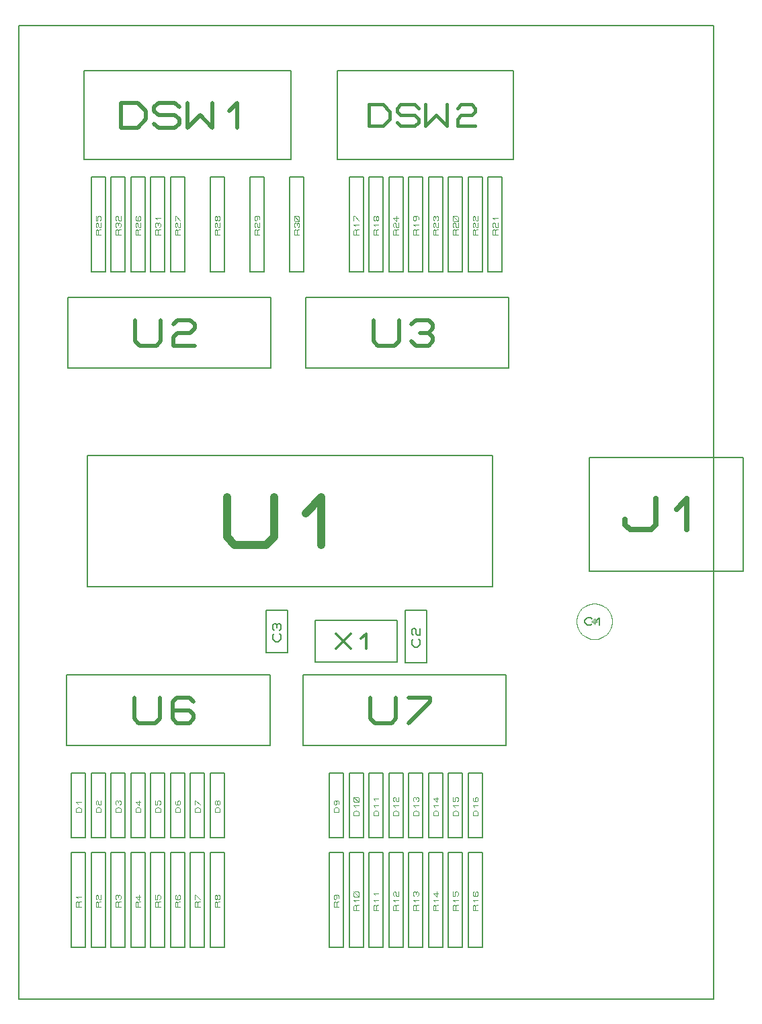
<source format=gbr>
G04 PROTEUS RS274X GERBER FILE*
%FSLAX45Y45*%
%MOMM*%
G01*
%ADD71C,0.203200*%
%ADD26C,0.990600*%
%ADD27C,0.533400*%
%ADD28C,0.646000*%
%ADD29C,0.316990*%
%ADD72C,0.106680*%
%ADD73C,0.164590*%
%ADD30C,0.050000*%
%ADD31C,0.151660*%
%ADD21C,0.152400*%
%ADD32C,0.524760*%
%ADD33C,0.447040*%
%TD.AperFunction*%
D71*
X-2387160Y-563500D02*
X+2713160Y-563500D01*
X+2713160Y+1087500D01*
X-2387160Y+1087500D01*
X-2387160Y-563500D01*
D26*
X-629480Y+559180D02*
X-629480Y+63880D01*
X-530420Y-35180D01*
X-134180Y-35180D01*
X-35120Y+63880D01*
X-35120Y+559180D01*
X+361120Y+361060D02*
X+559240Y+559180D01*
X+559240Y-35180D01*
D71*
X-2637160Y+2186500D02*
X-76840Y+2186500D01*
X-76840Y+3075500D01*
X-2637160Y+3075500D01*
X-2637160Y+2186500D01*
D27*
X-1783720Y+2791020D02*
X-1783720Y+2524320D01*
X-1730380Y+2470980D01*
X-1517020Y+2470980D01*
X-1463680Y+2524320D01*
X-1463680Y+2791020D01*
X-1303660Y+2737680D02*
X-1250320Y+2791020D01*
X-1090300Y+2791020D01*
X-1036960Y+2737680D01*
X-1036960Y+2684340D01*
X-1090300Y+2631000D01*
X-1250320Y+2631000D01*
X-1303660Y+2577660D01*
X-1303660Y+2470980D01*
X-1036960Y+2470980D01*
D71*
X+362840Y+2186500D02*
X+2923160Y+2186500D01*
X+2923160Y+3075500D01*
X+362840Y+3075500D01*
X+362840Y+2186500D01*
D27*
X+1216280Y+2791020D02*
X+1216280Y+2524320D01*
X+1269620Y+2470980D01*
X+1482980Y+2470980D01*
X+1536320Y+2524320D01*
X+1536320Y+2791020D01*
X+1696340Y+2737680D02*
X+1749680Y+2791020D01*
X+1909700Y+2791020D01*
X+1963040Y+2737680D01*
X+1963040Y+2684340D01*
X+1909700Y+2631000D01*
X+1963040Y+2577660D01*
X+1963040Y+2524320D01*
X+1909700Y+2470980D01*
X+1749680Y+2470980D01*
X+1696340Y+2524320D01*
X+1803020Y+2631000D02*
X+1909700Y+2631000D01*
D71*
X-2649160Y-2563500D02*
X-88840Y-2563500D01*
X-88840Y-1674500D01*
X-2649160Y-1674500D01*
X-2649160Y-2563500D01*
D27*
X-1795720Y-1958980D02*
X-1795720Y-2225680D01*
X-1742380Y-2279020D01*
X-1529020Y-2279020D01*
X-1475680Y-2225680D01*
X-1475680Y-1958980D01*
X-1048960Y-2012320D02*
X-1102300Y-1958980D01*
X-1262320Y-1958980D01*
X-1315660Y-2012320D01*
X-1315660Y-2225680D01*
X-1262320Y-2279020D01*
X-1102300Y-2279020D01*
X-1048960Y-2225680D01*
X-1048960Y-2172340D01*
X-1102300Y-2119000D01*
X-1315660Y-2119000D01*
D71*
X+326840Y-2563500D02*
X+2887160Y-2563500D01*
X+2887160Y-1674500D01*
X+326840Y-1674500D01*
X+326840Y-2563500D01*
D27*
X+1180280Y-1958980D02*
X+1180280Y-2225680D01*
X+1233620Y-2279020D01*
X+1446980Y-2279020D01*
X+1500320Y-2225680D01*
X+1500320Y-1958980D01*
X+1660340Y-1958980D02*
X+1927040Y-1958980D01*
X+1927040Y-2012320D01*
X+1660340Y-2279020D01*
D71*
X+3936500Y-365760D02*
X+5874520Y-365760D01*
X+5874520Y+1061720D01*
X+3936500Y+1061720D01*
X+3936500Y-365760D01*
D28*
X+4388706Y+283379D02*
X+4388706Y+218778D01*
X+4453306Y+154178D01*
X+4711708Y+154178D01*
X+4776309Y+218778D01*
X+4776309Y+541781D01*
X+5034711Y+412580D02*
X+5163912Y+541781D01*
X+5163912Y+154178D01*
D71*
X+477840Y-1514160D02*
X+1514160Y-1514160D01*
X+1514160Y-985840D01*
X+477840Y-985840D01*
X+477840Y-1514160D01*
D29*
X+742407Y-1154903D02*
X+932601Y-1345098D01*
X+742407Y-1345098D02*
X+932601Y-1154903D01*
X+1059398Y-1218301D02*
X+1122796Y-1154903D01*
X+1122796Y-1345098D01*
D71*
X-2588900Y-3723900D02*
X-2411100Y-3723900D01*
X-2411100Y-2911100D01*
X-2588900Y-2911100D01*
X-2588900Y-3723900D01*
D72*
X-2467996Y-3402844D02*
X-2532004Y-3402844D01*
X-2532004Y-3360172D01*
X-2510668Y-3338836D01*
X-2489332Y-3338836D01*
X-2467996Y-3360172D01*
X-2467996Y-3402844D01*
X-2510668Y-3296164D02*
X-2532004Y-3274828D01*
X-2467996Y-3274828D01*
D71*
X-2088900Y-3723900D02*
X-1911100Y-3723900D01*
X-1911100Y-2911100D01*
X-2088900Y-2911100D01*
X-2088900Y-3723900D01*
D72*
X-1967996Y-3402844D02*
X-2032004Y-3402844D01*
X-2032004Y-3360172D01*
X-2010668Y-3338836D01*
X-1989332Y-3338836D01*
X-1967996Y-3360172D01*
X-1967996Y-3402844D01*
X-2021336Y-3306832D02*
X-2032004Y-3296164D01*
X-2032004Y-3264160D01*
X-2021336Y-3253492D01*
X-2010668Y-3253492D01*
X-2000000Y-3264160D01*
X-1989332Y-3253492D01*
X-1978664Y-3253492D01*
X-1967996Y-3264160D01*
X-1967996Y-3296164D01*
X-1978664Y-3306832D01*
X-2000000Y-3285496D02*
X-2000000Y-3264160D01*
D71*
X-2338900Y-3723900D02*
X-2161100Y-3723900D01*
X-2161100Y-2911100D01*
X-2338900Y-2911100D01*
X-2338900Y-3723900D01*
D72*
X-2217996Y-3402844D02*
X-2282004Y-3402844D01*
X-2282004Y-3360172D01*
X-2260668Y-3338836D01*
X-2239332Y-3338836D01*
X-2217996Y-3360172D01*
X-2217996Y-3402844D01*
X-2271336Y-3306832D02*
X-2282004Y-3296164D01*
X-2282004Y-3264160D01*
X-2271336Y-3253492D01*
X-2260668Y-3253492D01*
X-2250000Y-3264160D01*
X-2250000Y-3296164D01*
X-2239332Y-3306832D01*
X-2217996Y-3306832D01*
X-2217996Y-3253492D01*
D71*
X-1838900Y-3723900D02*
X-1661100Y-3723900D01*
X-1661100Y-2911100D01*
X-1838900Y-2911100D01*
X-1838900Y-3723900D01*
D72*
X-1717996Y-3402844D02*
X-1782004Y-3402844D01*
X-1782004Y-3360172D01*
X-1760668Y-3338836D01*
X-1739332Y-3338836D01*
X-1717996Y-3360172D01*
X-1717996Y-3402844D01*
X-1739332Y-3253492D02*
X-1739332Y-3317500D01*
X-1782004Y-3274828D01*
X-1717996Y-3274828D01*
D71*
X-1588900Y-3723900D02*
X-1411100Y-3723900D01*
X-1411100Y-2911100D01*
X-1588900Y-2911100D01*
X-1588900Y-3723900D01*
D72*
X-1467996Y-3402844D02*
X-1532004Y-3402844D01*
X-1532004Y-3360172D01*
X-1510668Y-3338836D01*
X-1489332Y-3338836D01*
X-1467996Y-3360172D01*
X-1467996Y-3402844D01*
X-1532004Y-3253492D02*
X-1532004Y-3306832D01*
X-1510668Y-3306832D01*
X-1510668Y-3264160D01*
X-1500000Y-3253492D01*
X-1478664Y-3253492D01*
X-1467996Y-3264160D01*
X-1467996Y-3296164D01*
X-1478664Y-3306832D01*
D71*
X-1338900Y-3723900D02*
X-1161100Y-3723900D01*
X-1161100Y-2911100D01*
X-1338900Y-2911100D01*
X-1338900Y-3723900D01*
D72*
X-1217996Y-3402844D02*
X-1282004Y-3402844D01*
X-1282004Y-3360172D01*
X-1260668Y-3338836D01*
X-1239332Y-3338836D01*
X-1217996Y-3360172D01*
X-1217996Y-3402844D01*
X-1271336Y-3253492D02*
X-1282004Y-3264160D01*
X-1282004Y-3296164D01*
X-1271336Y-3306832D01*
X-1228664Y-3306832D01*
X-1217996Y-3296164D01*
X-1217996Y-3264160D01*
X-1228664Y-3253492D01*
X-1239332Y-3253492D01*
X-1250000Y-3264160D01*
X-1250000Y-3306832D01*
D71*
X-1088900Y-3723900D02*
X-911100Y-3723900D01*
X-911100Y-2911100D01*
X-1088900Y-2911100D01*
X-1088900Y-3723900D01*
D72*
X-967996Y-3402844D02*
X-1032004Y-3402844D01*
X-1032004Y-3360172D01*
X-1010668Y-3338836D01*
X-989332Y-3338836D01*
X-967996Y-3360172D01*
X-967996Y-3402844D01*
X-1032004Y-3306832D02*
X-1032004Y-3253492D01*
X-1021336Y-3253492D01*
X-967996Y-3306832D01*
D71*
X-838900Y-3723900D02*
X-661100Y-3723900D01*
X-661100Y-2911100D01*
X-838900Y-2911100D01*
X-838900Y-3723900D01*
D72*
X-717996Y-3402844D02*
X-782004Y-3402844D01*
X-782004Y-3360172D01*
X-760668Y-3338836D01*
X-739332Y-3338836D01*
X-717996Y-3360172D01*
X-717996Y-3402844D01*
X-750000Y-3296164D02*
X-760668Y-3306832D01*
X-771336Y-3306832D01*
X-782004Y-3296164D01*
X-782004Y-3264160D01*
X-771336Y-3253492D01*
X-760668Y-3253492D01*
X-750000Y-3264160D01*
X-750000Y-3296164D01*
X-739332Y-3306832D01*
X-728664Y-3306832D01*
X-717996Y-3296164D01*
X-717996Y-3264160D01*
X-728664Y-3253492D01*
X-739332Y-3253492D01*
X-750000Y-3264160D01*
D71*
X+661100Y-3723900D02*
X+838900Y-3723900D01*
X+838900Y-2911100D01*
X+661100Y-2911100D01*
X+661100Y-3723900D01*
D72*
X+782004Y-3402844D02*
X+717996Y-3402844D01*
X+717996Y-3360172D01*
X+739332Y-3338836D01*
X+760668Y-3338836D01*
X+782004Y-3360172D01*
X+782004Y-3402844D01*
X+739332Y-3253492D02*
X+750000Y-3264160D01*
X+750000Y-3296164D01*
X+739332Y-3306832D01*
X+728664Y-3306832D01*
X+717996Y-3296164D01*
X+717996Y-3264160D01*
X+728664Y-3253492D01*
X+771336Y-3253492D01*
X+782004Y-3264160D01*
X+782004Y-3296164D01*
D71*
X+911100Y-3723900D02*
X+1088900Y-3723900D01*
X+1088900Y-2911100D01*
X+911100Y-2911100D01*
X+911100Y-3723900D01*
D72*
X+1032004Y-3445516D02*
X+967996Y-3445516D01*
X+967996Y-3402844D01*
X+989332Y-3381508D01*
X+1010668Y-3381508D01*
X+1032004Y-3402844D01*
X+1032004Y-3445516D01*
X+989332Y-3338836D02*
X+967996Y-3317500D01*
X+1032004Y-3317500D01*
X+1021336Y-3274828D02*
X+978664Y-3274828D01*
X+967996Y-3264160D01*
X+967996Y-3221488D01*
X+978664Y-3210820D01*
X+1021336Y-3210820D01*
X+1032004Y-3221488D01*
X+1032004Y-3264160D01*
X+1021336Y-3274828D01*
X+1032004Y-3274828D02*
X+967996Y-3210820D01*
D71*
X+1161100Y-3723900D02*
X+1338900Y-3723900D01*
X+1338900Y-2911100D01*
X+1161100Y-2911100D01*
X+1161100Y-3723900D01*
D72*
X+1282004Y-3445516D02*
X+1217996Y-3445516D01*
X+1217996Y-3402844D01*
X+1239332Y-3381508D01*
X+1260668Y-3381508D01*
X+1282004Y-3402844D01*
X+1282004Y-3445516D01*
X+1239332Y-3338836D02*
X+1217996Y-3317500D01*
X+1282004Y-3317500D01*
X+1239332Y-3253492D02*
X+1217996Y-3232156D01*
X+1282004Y-3232156D01*
D71*
X+1411100Y-3723900D02*
X+1588900Y-3723900D01*
X+1588900Y-2911100D01*
X+1411100Y-2911100D01*
X+1411100Y-3723900D01*
D72*
X+1532004Y-3445516D02*
X+1467996Y-3445516D01*
X+1467996Y-3402844D01*
X+1489332Y-3381508D01*
X+1510668Y-3381508D01*
X+1532004Y-3402844D01*
X+1532004Y-3445516D01*
X+1489332Y-3338836D02*
X+1467996Y-3317500D01*
X+1532004Y-3317500D01*
X+1478664Y-3264160D02*
X+1467996Y-3253492D01*
X+1467996Y-3221488D01*
X+1478664Y-3210820D01*
X+1489332Y-3210820D01*
X+1500000Y-3221488D01*
X+1500000Y-3253492D01*
X+1510668Y-3264160D01*
X+1532004Y-3264160D01*
X+1532004Y-3210820D01*
D71*
X+1661100Y-3723900D02*
X+1838900Y-3723900D01*
X+1838900Y-2911100D01*
X+1661100Y-2911100D01*
X+1661100Y-3723900D01*
D72*
X+1782004Y-3445516D02*
X+1717996Y-3445516D01*
X+1717996Y-3402844D01*
X+1739332Y-3381508D01*
X+1760668Y-3381508D01*
X+1782004Y-3402844D01*
X+1782004Y-3445516D01*
X+1739332Y-3338836D02*
X+1717996Y-3317500D01*
X+1782004Y-3317500D01*
X+1728664Y-3264160D02*
X+1717996Y-3253492D01*
X+1717996Y-3221488D01*
X+1728664Y-3210820D01*
X+1739332Y-3210820D01*
X+1750000Y-3221488D01*
X+1760668Y-3210820D01*
X+1771336Y-3210820D01*
X+1782004Y-3221488D01*
X+1782004Y-3253492D01*
X+1771336Y-3264160D01*
X+1750000Y-3242824D02*
X+1750000Y-3221488D01*
D71*
X+1911100Y-3723900D02*
X+2088900Y-3723900D01*
X+2088900Y-2911100D01*
X+1911100Y-2911100D01*
X+1911100Y-3723900D01*
D72*
X+2032004Y-3445516D02*
X+1967996Y-3445516D01*
X+1967996Y-3402844D01*
X+1989332Y-3381508D01*
X+2010668Y-3381508D01*
X+2032004Y-3402844D01*
X+2032004Y-3445516D01*
X+1989332Y-3338836D02*
X+1967996Y-3317500D01*
X+2032004Y-3317500D01*
X+2010668Y-3210820D02*
X+2010668Y-3274828D01*
X+1967996Y-3232156D01*
X+2032004Y-3232156D01*
D71*
X+2161100Y-3723900D02*
X+2338900Y-3723900D01*
X+2338900Y-2911100D01*
X+2161100Y-2911100D01*
X+2161100Y-3723900D01*
D72*
X+2282004Y-3445516D02*
X+2217996Y-3445516D01*
X+2217996Y-3402844D01*
X+2239332Y-3381508D01*
X+2260668Y-3381508D01*
X+2282004Y-3402844D01*
X+2282004Y-3445516D01*
X+2239332Y-3338836D02*
X+2217996Y-3317500D01*
X+2282004Y-3317500D01*
X+2217996Y-3210820D02*
X+2217996Y-3264160D01*
X+2239332Y-3264160D01*
X+2239332Y-3221488D01*
X+2250000Y-3210820D01*
X+2271336Y-3210820D01*
X+2282004Y-3221488D01*
X+2282004Y-3253492D01*
X+2271336Y-3264160D01*
D71*
X+2411100Y-3723900D02*
X+2588900Y-3723900D01*
X+2588900Y-2911100D01*
X+2411100Y-2911100D01*
X+2411100Y-3723900D01*
D72*
X+2532004Y-3445516D02*
X+2467996Y-3445516D01*
X+2467996Y-3402844D01*
X+2489332Y-3381508D01*
X+2510668Y-3381508D01*
X+2532004Y-3402844D01*
X+2532004Y-3445516D01*
X+2489332Y-3338836D02*
X+2467996Y-3317500D01*
X+2532004Y-3317500D01*
X+2478664Y-3210820D02*
X+2467996Y-3221488D01*
X+2467996Y-3253492D01*
X+2478664Y-3264160D01*
X+2521336Y-3264160D01*
X+2532004Y-3253492D01*
X+2532004Y-3221488D01*
X+2521336Y-3210820D01*
X+2510668Y-3210820D01*
X+2500000Y-3221488D01*
X+2500000Y-3264160D01*
D71*
X+1612840Y-1518160D02*
X+1887160Y-1518160D01*
X+1887160Y-862840D01*
X+1612840Y-862840D01*
X+1612840Y-1518160D01*
D73*
X+1782919Y-1223419D02*
X+1799378Y-1239878D01*
X+1799378Y-1289255D01*
X+1766460Y-1322173D01*
X+1733541Y-1322173D01*
X+1700623Y-1289255D01*
X+1700623Y-1239878D01*
X+1717082Y-1223419D01*
X+1717082Y-1174041D02*
X+1700623Y-1157582D01*
X+1700623Y-1108205D01*
X+1717082Y-1091746D01*
X+1733541Y-1091746D01*
X+1750000Y-1108205D01*
X+1750000Y-1157582D01*
X+1766460Y-1174041D01*
X+1799378Y-1174041D01*
X+1799378Y-1091746D01*
D71*
X-137160Y-1391160D02*
X+137160Y-1391160D01*
X+137160Y-862840D01*
X-137160Y-862840D01*
X-137160Y-1391160D01*
D73*
X+32919Y-1159919D02*
X+49378Y-1176378D01*
X+49378Y-1225755D01*
X+16460Y-1258673D01*
X-16459Y-1258673D01*
X-49377Y-1225755D01*
X-49377Y-1176378D01*
X-32918Y-1159919D01*
X-32918Y-1110541D02*
X-49377Y-1094082D01*
X-49377Y-1044705D01*
X-32918Y-1028246D01*
X-16459Y-1028246D01*
X+0Y-1044705D01*
X+16460Y-1028246D01*
X+32919Y-1028246D01*
X+49378Y-1044705D01*
X+49378Y-1094082D01*
X+32919Y-1110541D01*
X+0Y-1077623D02*
X+0Y-1044705D01*
D30*
X+4225000Y-1000000D02*
X+4224262Y-981789D01*
X+4218266Y-945365D01*
X+4205750Y-908941D01*
X+4185400Y-872517D01*
X+4154291Y-836234D01*
X+4117867Y-808343D01*
X+4081443Y-790257D01*
X+4045019Y-779550D01*
X+4008595Y-775164D01*
X+4000000Y-775000D01*
X+3775000Y-1000000D02*
X+3775738Y-981789D01*
X+3781734Y-945365D01*
X+3794250Y-908941D01*
X+3814600Y-872517D01*
X+3845709Y-836234D01*
X+3882133Y-808343D01*
X+3918557Y-790257D01*
X+3954981Y-779550D01*
X+3991405Y-775164D01*
X+4000000Y-775000D01*
X+3775000Y-1000000D02*
X+3775738Y-1018211D01*
X+3781734Y-1054635D01*
X+3794250Y-1091059D01*
X+3814600Y-1127483D01*
X+3845709Y-1163766D01*
X+3882133Y-1191657D01*
X+3918557Y-1209743D01*
X+3954981Y-1220450D01*
X+3991405Y-1224836D01*
X+4000000Y-1225000D01*
X+4225000Y-1000000D02*
X+4224262Y-1018211D01*
X+4218266Y-1054635D01*
X+4205750Y-1091059D01*
X+4185400Y-1127483D01*
X+4154291Y-1163766D01*
X+4117867Y-1191657D01*
X+4081443Y-1209743D01*
X+4045019Y-1220450D01*
X+4008595Y-1224836D01*
X+4000000Y-1225000D01*
X+4025000Y-1000000D02*
X+4024914Y-997924D01*
X+4024212Y-993771D01*
X+4022742Y-989618D01*
X+4020340Y-985465D01*
X+4016667Y-981366D01*
X+4012514Y-978357D01*
X+4008361Y-976440D01*
X+4004208Y-975357D01*
X+4000055Y-975000D01*
X+4000000Y-975000D01*
X+3975000Y-1000000D02*
X+3975086Y-997924D01*
X+3975788Y-993771D01*
X+3977258Y-989618D01*
X+3979660Y-985465D01*
X+3983333Y-981366D01*
X+3987486Y-978357D01*
X+3991639Y-976440D01*
X+3995792Y-975357D01*
X+3999945Y-975000D01*
X+4000000Y-975000D01*
X+3975000Y-1000000D02*
X+3975086Y-1002076D01*
X+3975788Y-1006229D01*
X+3977258Y-1010382D01*
X+3979660Y-1014535D01*
X+3983333Y-1018634D01*
X+3987486Y-1021643D01*
X+3991639Y-1023560D01*
X+3995792Y-1024643D01*
X+3999945Y-1025000D01*
X+4000000Y-1025000D01*
X+4025000Y-1000000D02*
X+4024914Y-1002076D01*
X+4024212Y-1006229D01*
X+4022742Y-1010382D01*
X+4020340Y-1014535D01*
X+4016667Y-1018634D01*
X+4012514Y-1021643D01*
X+4008361Y-1023560D01*
X+4004208Y-1024643D01*
X+4000055Y-1025000D01*
X+4000000Y-1025000D01*
X+4035000Y-1000000D02*
X+3965000Y-1000000D01*
X+4000000Y-965000D02*
X+4000000Y-1035000D01*
D31*
X+3969667Y-1030334D02*
X+3954500Y-1045500D01*
X+3909001Y-1045500D01*
X+3878668Y-1015167D01*
X+3878668Y-984834D01*
X+3909001Y-954501D01*
X+3954500Y-954501D01*
X+3969667Y-969667D01*
X+4030333Y-984834D02*
X+4060666Y-954501D01*
X+4060666Y-1045500D01*
D71*
X-2588900Y-5104900D02*
X-2411100Y-5104900D01*
X-2411100Y-3911100D01*
X-2588900Y-3911100D01*
X-2588900Y-5104900D01*
D72*
X-2467996Y-4593344D02*
X-2532004Y-4593344D01*
X-2532004Y-4540004D01*
X-2521336Y-4529336D01*
X-2510668Y-4529336D01*
X-2500000Y-4540004D01*
X-2500000Y-4593344D01*
X-2500000Y-4540004D02*
X-2489332Y-4529336D01*
X-2467996Y-4529336D01*
X-2510668Y-4486664D02*
X-2532004Y-4465328D01*
X-2467996Y-4465328D01*
D71*
X-2338900Y-5104900D02*
X-2161100Y-5104900D01*
X-2161100Y-3911100D01*
X-2338900Y-3911100D01*
X-2338900Y-5104900D01*
D72*
X-2217996Y-4593344D02*
X-2282004Y-4593344D01*
X-2282004Y-4540004D01*
X-2271336Y-4529336D01*
X-2260668Y-4529336D01*
X-2250000Y-4540004D01*
X-2250000Y-4593344D01*
X-2250000Y-4540004D02*
X-2239332Y-4529336D01*
X-2217996Y-4529336D01*
X-2271336Y-4497332D02*
X-2282004Y-4486664D01*
X-2282004Y-4454660D01*
X-2271336Y-4443992D01*
X-2260668Y-4443992D01*
X-2250000Y-4454660D01*
X-2250000Y-4486664D01*
X-2239332Y-4497332D01*
X-2217996Y-4497332D01*
X-2217996Y-4443992D01*
D71*
X-2088900Y-5104900D02*
X-1911100Y-5104900D01*
X-1911100Y-3911100D01*
X-2088900Y-3911100D01*
X-2088900Y-5104900D01*
D72*
X-1967996Y-4593344D02*
X-2032004Y-4593344D01*
X-2032004Y-4540004D01*
X-2021336Y-4529336D01*
X-2010668Y-4529336D01*
X-2000000Y-4540004D01*
X-2000000Y-4593344D01*
X-2000000Y-4540004D02*
X-1989332Y-4529336D01*
X-1967996Y-4529336D01*
X-2021336Y-4497332D02*
X-2032004Y-4486664D01*
X-2032004Y-4454660D01*
X-2021336Y-4443992D01*
X-2010668Y-4443992D01*
X-2000000Y-4454660D01*
X-1989332Y-4443992D01*
X-1978664Y-4443992D01*
X-1967996Y-4454660D01*
X-1967996Y-4486664D01*
X-1978664Y-4497332D01*
X-2000000Y-4475996D02*
X-2000000Y-4454660D01*
D71*
X-1838900Y-5104900D02*
X-1661100Y-5104900D01*
X-1661100Y-3911100D01*
X-1838900Y-3911100D01*
X-1838900Y-5104900D01*
D72*
X-1717996Y-4593344D02*
X-1782004Y-4593344D01*
X-1782004Y-4540004D01*
X-1771336Y-4529336D01*
X-1760668Y-4529336D01*
X-1750000Y-4540004D01*
X-1750000Y-4593344D01*
X-1750000Y-4540004D02*
X-1739332Y-4529336D01*
X-1717996Y-4529336D01*
X-1739332Y-4443992D02*
X-1739332Y-4508000D01*
X-1782004Y-4465328D01*
X-1717996Y-4465328D01*
D71*
X-1588900Y-5104900D02*
X-1411100Y-5104900D01*
X-1411100Y-3911100D01*
X-1588900Y-3911100D01*
X-1588900Y-5104900D01*
D72*
X-1467996Y-4593344D02*
X-1532004Y-4593344D01*
X-1532004Y-4540004D01*
X-1521336Y-4529336D01*
X-1510668Y-4529336D01*
X-1500000Y-4540004D01*
X-1500000Y-4593344D01*
X-1500000Y-4540004D02*
X-1489332Y-4529336D01*
X-1467996Y-4529336D01*
X-1532004Y-4443992D02*
X-1532004Y-4497332D01*
X-1510668Y-4497332D01*
X-1510668Y-4454660D01*
X-1500000Y-4443992D01*
X-1478664Y-4443992D01*
X-1467996Y-4454660D01*
X-1467996Y-4486664D01*
X-1478664Y-4497332D01*
D71*
X-1338900Y-5104900D02*
X-1161100Y-5104900D01*
X-1161100Y-3911100D01*
X-1338900Y-3911100D01*
X-1338900Y-5104900D01*
D72*
X-1217996Y-4593344D02*
X-1282004Y-4593344D01*
X-1282004Y-4540004D01*
X-1271336Y-4529336D01*
X-1260668Y-4529336D01*
X-1250000Y-4540004D01*
X-1250000Y-4593344D01*
X-1250000Y-4540004D02*
X-1239332Y-4529336D01*
X-1217996Y-4529336D01*
X-1271336Y-4443992D02*
X-1282004Y-4454660D01*
X-1282004Y-4486664D01*
X-1271336Y-4497332D01*
X-1228664Y-4497332D01*
X-1217996Y-4486664D01*
X-1217996Y-4454660D01*
X-1228664Y-4443992D01*
X-1239332Y-4443992D01*
X-1250000Y-4454660D01*
X-1250000Y-4497332D01*
D71*
X-1088900Y-5104900D02*
X-911100Y-5104900D01*
X-911100Y-3911100D01*
X-1088900Y-3911100D01*
X-1088900Y-5104900D01*
D72*
X-967996Y-4593344D02*
X-1032004Y-4593344D01*
X-1032004Y-4540004D01*
X-1021336Y-4529336D01*
X-1010668Y-4529336D01*
X-1000000Y-4540004D01*
X-1000000Y-4593344D01*
X-1000000Y-4540004D02*
X-989332Y-4529336D01*
X-967996Y-4529336D01*
X-1032004Y-4497332D02*
X-1032004Y-4443992D01*
X-1021336Y-4443992D01*
X-967996Y-4497332D01*
D71*
X-838900Y-5104900D02*
X-661100Y-5104900D01*
X-661100Y-3911100D01*
X-838900Y-3911100D01*
X-838900Y-5104900D01*
D72*
X-717996Y-4593344D02*
X-782004Y-4593344D01*
X-782004Y-4540004D01*
X-771336Y-4529336D01*
X-760668Y-4529336D01*
X-750000Y-4540004D01*
X-750000Y-4593344D01*
X-750000Y-4540004D02*
X-739332Y-4529336D01*
X-717996Y-4529336D01*
X-750000Y-4486664D02*
X-760668Y-4497332D01*
X-771336Y-4497332D01*
X-782004Y-4486664D01*
X-782004Y-4454660D01*
X-771336Y-4443992D01*
X-760668Y-4443992D01*
X-750000Y-4454660D01*
X-750000Y-4486664D01*
X-739332Y-4497332D01*
X-728664Y-4497332D01*
X-717996Y-4486664D01*
X-717996Y-4454660D01*
X-728664Y-4443992D01*
X-739332Y-4443992D01*
X-750000Y-4454660D01*
D71*
X+661100Y-5104900D02*
X+838900Y-5104900D01*
X+838900Y-3911100D01*
X+661100Y-3911100D01*
X+661100Y-5104900D01*
D72*
X+782004Y-4593344D02*
X+717996Y-4593344D01*
X+717996Y-4540004D01*
X+728664Y-4529336D01*
X+739332Y-4529336D01*
X+750000Y-4540004D01*
X+750000Y-4593344D01*
X+750000Y-4540004D02*
X+760668Y-4529336D01*
X+782004Y-4529336D01*
X+739332Y-4443992D02*
X+750000Y-4454660D01*
X+750000Y-4486664D01*
X+739332Y-4497332D01*
X+728664Y-4497332D01*
X+717996Y-4486664D01*
X+717996Y-4454660D01*
X+728664Y-4443992D01*
X+771336Y-4443992D01*
X+782004Y-4454660D01*
X+782004Y-4486664D01*
D71*
X+911100Y-5104900D02*
X+1088900Y-5104900D01*
X+1088900Y-3911100D01*
X+911100Y-3911100D01*
X+911100Y-5104900D01*
D72*
X+1032004Y-4636016D02*
X+967996Y-4636016D01*
X+967996Y-4582676D01*
X+978664Y-4572008D01*
X+989332Y-4572008D01*
X+1000000Y-4582676D01*
X+1000000Y-4636016D01*
X+1000000Y-4582676D02*
X+1010668Y-4572008D01*
X+1032004Y-4572008D01*
X+989332Y-4529336D02*
X+967996Y-4508000D01*
X+1032004Y-4508000D01*
X+1021336Y-4465328D02*
X+978664Y-4465328D01*
X+967996Y-4454660D01*
X+967996Y-4411988D01*
X+978664Y-4401320D01*
X+1021336Y-4401320D01*
X+1032004Y-4411988D01*
X+1032004Y-4454660D01*
X+1021336Y-4465328D01*
X+1032004Y-4465328D02*
X+967996Y-4401320D01*
D71*
X+1161100Y-5104900D02*
X+1338900Y-5104900D01*
X+1338900Y-3911100D01*
X+1161100Y-3911100D01*
X+1161100Y-5104900D01*
D72*
X+1282004Y-4636016D02*
X+1217996Y-4636016D01*
X+1217996Y-4582676D01*
X+1228664Y-4572008D01*
X+1239332Y-4572008D01*
X+1250000Y-4582676D01*
X+1250000Y-4636016D01*
X+1250000Y-4582676D02*
X+1260668Y-4572008D01*
X+1282004Y-4572008D01*
X+1239332Y-4529336D02*
X+1217996Y-4508000D01*
X+1282004Y-4508000D01*
X+1239332Y-4443992D02*
X+1217996Y-4422656D01*
X+1282004Y-4422656D01*
D71*
X+1411100Y-5104900D02*
X+1588900Y-5104900D01*
X+1588900Y-3911100D01*
X+1411100Y-3911100D01*
X+1411100Y-5104900D01*
D72*
X+1532004Y-4636016D02*
X+1467996Y-4636016D01*
X+1467996Y-4582676D01*
X+1478664Y-4572008D01*
X+1489332Y-4572008D01*
X+1500000Y-4582676D01*
X+1500000Y-4636016D01*
X+1500000Y-4582676D02*
X+1510668Y-4572008D01*
X+1532004Y-4572008D01*
X+1489332Y-4529336D02*
X+1467996Y-4508000D01*
X+1532004Y-4508000D01*
X+1478664Y-4454660D02*
X+1467996Y-4443992D01*
X+1467996Y-4411988D01*
X+1478664Y-4401320D01*
X+1489332Y-4401320D01*
X+1500000Y-4411988D01*
X+1500000Y-4443992D01*
X+1510668Y-4454660D01*
X+1532004Y-4454660D01*
X+1532004Y-4401320D01*
D71*
X+1661100Y-5104900D02*
X+1838900Y-5104900D01*
X+1838900Y-3911100D01*
X+1661100Y-3911100D01*
X+1661100Y-5104900D01*
D72*
X+1782004Y-4636016D02*
X+1717996Y-4636016D01*
X+1717996Y-4582676D01*
X+1728664Y-4572008D01*
X+1739332Y-4572008D01*
X+1750000Y-4582676D01*
X+1750000Y-4636016D01*
X+1750000Y-4582676D02*
X+1760668Y-4572008D01*
X+1782004Y-4572008D01*
X+1739332Y-4529336D02*
X+1717996Y-4508000D01*
X+1782004Y-4508000D01*
X+1728664Y-4454660D02*
X+1717996Y-4443992D01*
X+1717996Y-4411988D01*
X+1728664Y-4401320D01*
X+1739332Y-4401320D01*
X+1750000Y-4411988D01*
X+1760668Y-4401320D01*
X+1771336Y-4401320D01*
X+1782004Y-4411988D01*
X+1782004Y-4443992D01*
X+1771336Y-4454660D01*
X+1750000Y-4433324D02*
X+1750000Y-4411988D01*
D71*
X+1911100Y-5104900D02*
X+2088900Y-5104900D01*
X+2088900Y-3911100D01*
X+1911100Y-3911100D01*
X+1911100Y-5104900D01*
D72*
X+2032004Y-4636016D02*
X+1967996Y-4636016D01*
X+1967996Y-4582676D01*
X+1978664Y-4572008D01*
X+1989332Y-4572008D01*
X+2000000Y-4582676D01*
X+2000000Y-4636016D01*
X+2000000Y-4582676D02*
X+2010668Y-4572008D01*
X+2032004Y-4572008D01*
X+1989332Y-4529336D02*
X+1967996Y-4508000D01*
X+2032004Y-4508000D01*
X+2010668Y-4401320D02*
X+2010668Y-4465328D01*
X+1967996Y-4422656D01*
X+2032004Y-4422656D01*
D71*
X+2161100Y-5104900D02*
X+2338900Y-5104900D01*
X+2338900Y-3911100D01*
X+2161100Y-3911100D01*
X+2161100Y-5104900D01*
D72*
X+2282004Y-4636016D02*
X+2217996Y-4636016D01*
X+2217996Y-4582676D01*
X+2228664Y-4572008D01*
X+2239332Y-4572008D01*
X+2250000Y-4582676D01*
X+2250000Y-4636016D01*
X+2250000Y-4582676D02*
X+2260668Y-4572008D01*
X+2282004Y-4572008D01*
X+2239332Y-4529336D02*
X+2217996Y-4508000D01*
X+2282004Y-4508000D01*
X+2217996Y-4401320D02*
X+2217996Y-4454660D01*
X+2239332Y-4454660D01*
X+2239332Y-4411988D01*
X+2250000Y-4401320D01*
X+2271336Y-4401320D01*
X+2282004Y-4411988D01*
X+2282004Y-4443992D01*
X+2271336Y-4454660D01*
D71*
X+2411100Y-5104900D02*
X+2588900Y-5104900D01*
X+2588900Y-3911100D01*
X+2411100Y-3911100D01*
X+2411100Y-5104900D01*
D72*
X+2532004Y-4636016D02*
X+2467996Y-4636016D01*
X+2467996Y-4582676D01*
X+2478664Y-4572008D01*
X+2489332Y-4572008D01*
X+2500000Y-4582676D01*
X+2500000Y-4636016D01*
X+2500000Y-4582676D02*
X+2510668Y-4572008D01*
X+2532004Y-4572008D01*
X+2489332Y-4529336D02*
X+2467996Y-4508000D01*
X+2532004Y-4508000D01*
X+2478664Y-4401320D02*
X+2467996Y-4411988D01*
X+2467996Y-4443992D01*
X+2478664Y-4454660D01*
X+2521336Y-4454660D01*
X+2532004Y-4443992D01*
X+2532004Y-4411988D01*
X+2521336Y-4401320D01*
X+2510668Y-4401320D01*
X+2500000Y-4411988D01*
X+2500000Y-4454660D01*
D71*
X+911100Y+3395100D02*
X+1088900Y+3395100D01*
X+1088900Y+4588900D01*
X+911100Y+4588900D01*
X+911100Y+3395100D01*
D72*
X+1032004Y+3863984D02*
X+967996Y+3863984D01*
X+967996Y+3917324D01*
X+978664Y+3927992D01*
X+989332Y+3927992D01*
X+1000000Y+3917324D01*
X+1000000Y+3863984D01*
X+1000000Y+3917324D02*
X+1010668Y+3927992D01*
X+1032004Y+3927992D01*
X+989332Y+3970664D02*
X+967996Y+3992000D01*
X+1032004Y+3992000D01*
X+967996Y+4045340D02*
X+967996Y+4098680D01*
X+978664Y+4098680D01*
X+1032004Y+4045340D01*
D71*
X+1161100Y+3395100D02*
X+1338900Y+3395100D01*
X+1338900Y+4588900D01*
X+1161100Y+4588900D01*
X+1161100Y+3395100D01*
D72*
X+1282004Y+3863984D02*
X+1217996Y+3863984D01*
X+1217996Y+3917324D01*
X+1228664Y+3927992D01*
X+1239332Y+3927992D01*
X+1250000Y+3917324D01*
X+1250000Y+3863984D01*
X+1250000Y+3917324D02*
X+1260668Y+3927992D01*
X+1282004Y+3927992D01*
X+1239332Y+3970664D02*
X+1217996Y+3992000D01*
X+1282004Y+3992000D01*
X+1250000Y+4056008D02*
X+1239332Y+4045340D01*
X+1228664Y+4045340D01*
X+1217996Y+4056008D01*
X+1217996Y+4088012D01*
X+1228664Y+4098680D01*
X+1239332Y+4098680D01*
X+1250000Y+4088012D01*
X+1250000Y+4056008D01*
X+1260668Y+4045340D01*
X+1271336Y+4045340D01*
X+1282004Y+4056008D01*
X+1282004Y+4088012D01*
X+1271336Y+4098680D01*
X+1260668Y+4098680D01*
X+1250000Y+4088012D01*
D71*
X+1661100Y+3395100D02*
X+1838900Y+3395100D01*
X+1838900Y+4588900D01*
X+1661100Y+4588900D01*
X+1661100Y+3395100D01*
D72*
X+1782004Y+3863984D02*
X+1717996Y+3863984D01*
X+1717996Y+3917324D01*
X+1728664Y+3927992D01*
X+1739332Y+3927992D01*
X+1750000Y+3917324D01*
X+1750000Y+3863984D01*
X+1750000Y+3917324D02*
X+1760668Y+3927992D01*
X+1782004Y+3927992D01*
X+1739332Y+3970664D02*
X+1717996Y+3992000D01*
X+1782004Y+3992000D01*
X+1739332Y+4098680D02*
X+1750000Y+4088012D01*
X+1750000Y+4056008D01*
X+1739332Y+4045340D01*
X+1728664Y+4045340D01*
X+1717996Y+4056008D01*
X+1717996Y+4088012D01*
X+1728664Y+4098680D01*
X+1771336Y+4098680D01*
X+1782004Y+4088012D01*
X+1782004Y+4056008D01*
D71*
X+2161100Y+3395100D02*
X+2338900Y+3395100D01*
X+2338900Y+4588900D01*
X+2161100Y+4588900D01*
X+2161100Y+3395100D01*
D72*
X+2282004Y+3863984D02*
X+2217996Y+3863984D01*
X+2217996Y+3917324D01*
X+2228664Y+3927992D01*
X+2239332Y+3927992D01*
X+2250000Y+3917324D01*
X+2250000Y+3863984D01*
X+2250000Y+3917324D02*
X+2260668Y+3927992D01*
X+2282004Y+3927992D01*
X+2228664Y+3959996D02*
X+2217996Y+3970664D01*
X+2217996Y+4002668D01*
X+2228664Y+4013336D01*
X+2239332Y+4013336D01*
X+2250000Y+4002668D01*
X+2250000Y+3970664D01*
X+2260668Y+3959996D01*
X+2282004Y+3959996D01*
X+2282004Y+4013336D01*
X+2271336Y+4034672D02*
X+2228664Y+4034672D01*
X+2217996Y+4045340D01*
X+2217996Y+4088012D01*
X+2228664Y+4098680D01*
X+2271336Y+4098680D01*
X+2282004Y+4088012D01*
X+2282004Y+4045340D01*
X+2271336Y+4034672D01*
X+2282004Y+4034672D02*
X+2217996Y+4098680D01*
D71*
X+2661100Y+3395100D02*
X+2838900Y+3395100D01*
X+2838900Y+4588900D01*
X+2661100Y+4588900D01*
X+2661100Y+3395100D01*
D72*
X+2782004Y+3863984D02*
X+2717996Y+3863984D01*
X+2717996Y+3917324D01*
X+2728664Y+3927992D01*
X+2739332Y+3927992D01*
X+2750000Y+3917324D01*
X+2750000Y+3863984D01*
X+2750000Y+3917324D02*
X+2760668Y+3927992D01*
X+2782004Y+3927992D01*
X+2728664Y+3959996D02*
X+2717996Y+3970664D01*
X+2717996Y+4002668D01*
X+2728664Y+4013336D01*
X+2739332Y+4013336D01*
X+2750000Y+4002668D01*
X+2750000Y+3970664D01*
X+2760668Y+3959996D01*
X+2782004Y+3959996D01*
X+2782004Y+4013336D01*
X+2739332Y+4056008D02*
X+2717996Y+4077344D01*
X+2782004Y+4077344D01*
D71*
X+2411100Y+3395100D02*
X+2588900Y+3395100D01*
X+2588900Y+4588900D01*
X+2411100Y+4588900D01*
X+2411100Y+3395100D01*
D72*
X+2532004Y+3863984D02*
X+2467996Y+3863984D01*
X+2467996Y+3917324D01*
X+2478664Y+3927992D01*
X+2489332Y+3927992D01*
X+2500000Y+3917324D01*
X+2500000Y+3863984D01*
X+2500000Y+3917324D02*
X+2510668Y+3927992D01*
X+2532004Y+3927992D01*
X+2478664Y+3959996D02*
X+2467996Y+3970664D01*
X+2467996Y+4002668D01*
X+2478664Y+4013336D01*
X+2489332Y+4013336D01*
X+2500000Y+4002668D01*
X+2500000Y+3970664D01*
X+2510668Y+3959996D01*
X+2532004Y+3959996D01*
X+2532004Y+4013336D01*
X+2478664Y+4045340D02*
X+2467996Y+4056008D01*
X+2467996Y+4088012D01*
X+2478664Y+4098680D01*
X+2489332Y+4098680D01*
X+2500000Y+4088012D01*
X+2500000Y+4056008D01*
X+2510668Y+4045340D01*
X+2532004Y+4045340D01*
X+2532004Y+4098680D01*
D71*
X+1911100Y+3395100D02*
X+2088900Y+3395100D01*
X+2088900Y+4588900D01*
X+1911100Y+4588900D01*
X+1911100Y+3395100D01*
D72*
X+2032004Y+3863984D02*
X+1967996Y+3863984D01*
X+1967996Y+3917324D01*
X+1978664Y+3927992D01*
X+1989332Y+3927992D01*
X+2000000Y+3917324D01*
X+2000000Y+3863984D01*
X+2000000Y+3917324D02*
X+2010668Y+3927992D01*
X+2032004Y+3927992D01*
X+1978664Y+3959996D02*
X+1967996Y+3970664D01*
X+1967996Y+4002668D01*
X+1978664Y+4013336D01*
X+1989332Y+4013336D01*
X+2000000Y+4002668D01*
X+2000000Y+3970664D01*
X+2010668Y+3959996D01*
X+2032004Y+3959996D01*
X+2032004Y+4013336D01*
X+1978664Y+4045340D02*
X+1967996Y+4056008D01*
X+1967996Y+4088012D01*
X+1978664Y+4098680D01*
X+1989332Y+4098680D01*
X+2000000Y+4088012D01*
X+2010668Y+4098680D01*
X+2021336Y+4098680D01*
X+2032004Y+4088012D01*
X+2032004Y+4056008D01*
X+2021336Y+4045340D01*
X+2000000Y+4066676D02*
X+2000000Y+4088012D01*
D71*
X+1411100Y+3395100D02*
X+1588900Y+3395100D01*
X+1588900Y+4588900D01*
X+1411100Y+4588900D01*
X+1411100Y+3395100D01*
D72*
X+1532004Y+3863984D02*
X+1467996Y+3863984D01*
X+1467996Y+3917324D01*
X+1478664Y+3927992D01*
X+1489332Y+3927992D01*
X+1500000Y+3917324D01*
X+1500000Y+3863984D01*
X+1500000Y+3917324D02*
X+1510668Y+3927992D01*
X+1532004Y+3927992D01*
X+1478664Y+3959996D02*
X+1467996Y+3970664D01*
X+1467996Y+4002668D01*
X+1478664Y+4013336D01*
X+1489332Y+4013336D01*
X+1500000Y+4002668D01*
X+1500000Y+3970664D01*
X+1510668Y+3959996D01*
X+1532004Y+3959996D01*
X+1532004Y+4013336D01*
X+1510668Y+4098680D02*
X+1510668Y+4034672D01*
X+1467996Y+4077344D01*
X+1532004Y+4077344D01*
D71*
X-2338900Y+3395100D02*
X-2161100Y+3395100D01*
X-2161100Y+4588900D01*
X-2338900Y+4588900D01*
X-2338900Y+3395100D01*
D72*
X-2217996Y+3863984D02*
X-2282004Y+3863984D01*
X-2282004Y+3917324D01*
X-2271336Y+3927992D01*
X-2260668Y+3927992D01*
X-2250000Y+3917324D01*
X-2250000Y+3863984D01*
X-2250000Y+3917324D02*
X-2239332Y+3927992D01*
X-2217996Y+3927992D01*
X-2271336Y+3959996D02*
X-2282004Y+3970664D01*
X-2282004Y+4002668D01*
X-2271336Y+4013336D01*
X-2260668Y+4013336D01*
X-2250000Y+4002668D01*
X-2250000Y+3970664D01*
X-2239332Y+3959996D01*
X-2217996Y+3959996D01*
X-2217996Y+4013336D01*
X-2282004Y+4098680D02*
X-2282004Y+4045340D01*
X-2260668Y+4045340D01*
X-2260668Y+4088012D01*
X-2250000Y+4098680D01*
X-2228664Y+4098680D01*
X-2217996Y+4088012D01*
X-2217996Y+4056008D01*
X-2228664Y+4045340D01*
D71*
X-1838900Y+3395100D02*
X-1661100Y+3395100D01*
X-1661100Y+4588900D01*
X-1838900Y+4588900D01*
X-1838900Y+3395100D01*
D72*
X-1717996Y+3863984D02*
X-1782004Y+3863984D01*
X-1782004Y+3917324D01*
X-1771336Y+3927992D01*
X-1760668Y+3927992D01*
X-1750000Y+3917324D01*
X-1750000Y+3863984D01*
X-1750000Y+3917324D02*
X-1739332Y+3927992D01*
X-1717996Y+3927992D01*
X-1771336Y+3959996D02*
X-1782004Y+3970664D01*
X-1782004Y+4002668D01*
X-1771336Y+4013336D01*
X-1760668Y+4013336D01*
X-1750000Y+4002668D01*
X-1750000Y+3970664D01*
X-1739332Y+3959996D01*
X-1717996Y+3959996D01*
X-1717996Y+4013336D01*
X-1771336Y+4098680D02*
X-1782004Y+4088012D01*
X-1782004Y+4056008D01*
X-1771336Y+4045340D01*
X-1728664Y+4045340D01*
X-1717996Y+4056008D01*
X-1717996Y+4088012D01*
X-1728664Y+4098680D01*
X-1739332Y+4098680D01*
X-1750000Y+4088012D01*
X-1750000Y+4045340D01*
D71*
X-1338900Y+3395100D02*
X-1161100Y+3395100D01*
X-1161100Y+4588900D01*
X-1338900Y+4588900D01*
X-1338900Y+3395100D01*
D72*
X-1217996Y+3863984D02*
X-1282004Y+3863984D01*
X-1282004Y+3917324D01*
X-1271336Y+3927992D01*
X-1260668Y+3927992D01*
X-1250000Y+3917324D01*
X-1250000Y+3863984D01*
X-1250000Y+3917324D02*
X-1239332Y+3927992D01*
X-1217996Y+3927992D01*
X-1271336Y+3959996D02*
X-1282004Y+3970664D01*
X-1282004Y+4002668D01*
X-1271336Y+4013336D01*
X-1260668Y+4013336D01*
X-1250000Y+4002668D01*
X-1250000Y+3970664D01*
X-1239332Y+3959996D01*
X-1217996Y+3959996D01*
X-1217996Y+4013336D01*
X-1282004Y+4045340D02*
X-1282004Y+4098680D01*
X-1271336Y+4098680D01*
X-1217996Y+4045340D01*
D71*
X-838900Y+3395100D02*
X-661100Y+3395100D01*
X-661100Y+4588900D01*
X-838900Y+4588900D01*
X-838900Y+3395100D01*
D72*
X-717996Y+3863984D02*
X-782004Y+3863984D01*
X-782004Y+3917324D01*
X-771336Y+3927992D01*
X-760668Y+3927992D01*
X-750000Y+3917324D01*
X-750000Y+3863984D01*
X-750000Y+3917324D02*
X-739332Y+3927992D01*
X-717996Y+3927992D01*
X-771336Y+3959996D02*
X-782004Y+3970664D01*
X-782004Y+4002668D01*
X-771336Y+4013336D01*
X-760668Y+4013336D01*
X-750000Y+4002668D01*
X-750000Y+3970664D01*
X-739332Y+3959996D01*
X-717996Y+3959996D01*
X-717996Y+4013336D01*
X-750000Y+4056008D02*
X-760668Y+4045340D01*
X-771336Y+4045340D01*
X-782004Y+4056008D01*
X-782004Y+4088012D01*
X-771336Y+4098680D01*
X-760668Y+4098680D01*
X-750000Y+4088012D01*
X-750000Y+4056008D01*
X-739332Y+4045340D01*
X-728664Y+4045340D01*
X-717996Y+4056008D01*
X-717996Y+4088012D01*
X-728664Y+4098680D01*
X-739332Y+4098680D01*
X-750000Y+4088012D01*
D71*
X-338900Y+3395100D02*
X-161100Y+3395100D01*
X-161100Y+4588900D01*
X-338900Y+4588900D01*
X-338900Y+3395100D01*
D72*
X-217996Y+3863984D02*
X-282004Y+3863984D01*
X-282004Y+3917324D01*
X-271336Y+3927992D01*
X-260668Y+3927992D01*
X-250000Y+3917324D01*
X-250000Y+3863984D01*
X-250000Y+3917324D02*
X-239332Y+3927992D01*
X-217996Y+3927992D01*
X-271336Y+3959996D02*
X-282004Y+3970664D01*
X-282004Y+4002668D01*
X-271336Y+4013336D01*
X-260668Y+4013336D01*
X-250000Y+4002668D01*
X-250000Y+3970664D01*
X-239332Y+3959996D01*
X-217996Y+3959996D01*
X-217996Y+4013336D01*
X-260668Y+4098680D02*
X-250000Y+4088012D01*
X-250000Y+4056008D01*
X-260668Y+4045340D01*
X-271336Y+4045340D01*
X-282004Y+4056008D01*
X-282004Y+4088012D01*
X-271336Y+4098680D01*
X-228664Y+4098680D01*
X-217996Y+4088012D01*
X-217996Y+4056008D01*
D71*
X+161100Y+3395100D02*
X+338900Y+3395100D01*
X+338900Y+4588900D01*
X+161100Y+4588900D01*
X+161100Y+3395100D01*
D72*
X+282004Y+3863984D02*
X+217996Y+3863984D01*
X+217996Y+3917324D01*
X+228664Y+3927992D01*
X+239332Y+3927992D01*
X+250000Y+3917324D01*
X+250000Y+3863984D01*
X+250000Y+3917324D02*
X+260668Y+3927992D01*
X+282004Y+3927992D01*
X+228664Y+3959996D02*
X+217996Y+3970664D01*
X+217996Y+4002668D01*
X+228664Y+4013336D01*
X+239332Y+4013336D01*
X+250000Y+4002668D01*
X+260668Y+4013336D01*
X+271336Y+4013336D01*
X+282004Y+4002668D01*
X+282004Y+3970664D01*
X+271336Y+3959996D01*
X+250000Y+3981332D02*
X+250000Y+4002668D01*
X+271336Y+4034672D02*
X+228664Y+4034672D01*
X+217996Y+4045340D01*
X+217996Y+4088012D01*
X+228664Y+4098680D01*
X+271336Y+4098680D01*
X+282004Y+4088012D01*
X+282004Y+4045340D01*
X+271336Y+4034672D01*
X+282004Y+4034672D02*
X+217996Y+4098680D01*
D71*
X-1588900Y+3395100D02*
X-1411100Y+3395100D01*
X-1411100Y+4588900D01*
X-1588900Y+4588900D01*
X-1588900Y+3395100D01*
D72*
X-1467996Y+3863984D02*
X-1532004Y+3863984D01*
X-1532004Y+3917324D01*
X-1521336Y+3927992D01*
X-1510668Y+3927992D01*
X-1500000Y+3917324D01*
X-1500000Y+3863984D01*
X-1500000Y+3917324D02*
X-1489332Y+3927992D01*
X-1467996Y+3927992D01*
X-1521336Y+3959996D02*
X-1532004Y+3970664D01*
X-1532004Y+4002668D01*
X-1521336Y+4013336D01*
X-1510668Y+4013336D01*
X-1500000Y+4002668D01*
X-1489332Y+4013336D01*
X-1478664Y+4013336D01*
X-1467996Y+4002668D01*
X-1467996Y+3970664D01*
X-1478664Y+3959996D01*
X-1500000Y+3981332D02*
X-1500000Y+4002668D01*
X-1510668Y+4056008D02*
X-1532004Y+4077344D01*
X-1467996Y+4077344D01*
D71*
X-2088900Y+3395100D02*
X-1911100Y+3395100D01*
X-1911100Y+4588900D01*
X-2088900Y+4588900D01*
X-2088900Y+3395100D01*
D72*
X-1967996Y+3863984D02*
X-2032004Y+3863984D01*
X-2032004Y+3917324D01*
X-2021336Y+3927992D01*
X-2010668Y+3927992D01*
X-2000000Y+3917324D01*
X-2000000Y+3863984D01*
X-2000000Y+3917324D02*
X-1989332Y+3927992D01*
X-1967996Y+3927992D01*
X-2021336Y+3959996D02*
X-2032004Y+3970664D01*
X-2032004Y+4002668D01*
X-2021336Y+4013336D01*
X-2010668Y+4013336D01*
X-2000000Y+4002668D01*
X-1989332Y+4013336D01*
X-1978664Y+4013336D01*
X-1967996Y+4002668D01*
X-1967996Y+3970664D01*
X-1978664Y+3959996D01*
X-2000000Y+3981332D02*
X-2000000Y+4002668D01*
X-2021336Y+4045340D02*
X-2032004Y+4056008D01*
X-2032004Y+4088012D01*
X-2021336Y+4098680D01*
X-2010668Y+4098680D01*
X-2000000Y+4088012D01*
X-2000000Y+4056008D01*
X-1989332Y+4045340D01*
X-1967996Y+4045340D01*
X-1967996Y+4098680D01*
D21*
X-2431290Y+5927800D02*
X+177290Y+5927800D01*
X+177290Y+4810200D01*
X-2431290Y+4810200D01*
X-2431290Y+5927800D01*
X+177290Y+5927800D01*
X+177290Y+4810200D01*
X-2431290Y+4810200D01*
X-2431290Y+5927800D01*
D32*
X-1966622Y+5211570D02*
X-1966622Y+5526429D01*
X-1756717Y+5526429D01*
X-1651764Y+5421476D01*
X-1651764Y+5316523D01*
X-1756717Y+5211570D01*
X-1966622Y+5211570D01*
X-1546811Y+5264047D02*
X-1494335Y+5211570D01*
X-1284430Y+5211570D01*
X-1231953Y+5264047D01*
X-1231953Y+5316523D01*
X-1284430Y+5369000D01*
X-1494335Y+5369000D01*
X-1546811Y+5421476D01*
X-1546811Y+5473952D01*
X-1494335Y+5526429D01*
X-1284430Y+5526429D01*
X-1231953Y+5473952D01*
X-1127000Y+5526429D02*
X-1127000Y+5211570D01*
X-969571Y+5369000D01*
X-812142Y+5211570D01*
X-812142Y+5526429D01*
X-602237Y+5421476D02*
X-497284Y+5526429D01*
X-497284Y+5211570D01*
D21*
X+763020Y+5927800D02*
X+2982980Y+5927800D01*
X+2982980Y+4810200D01*
X+763020Y+4810200D01*
X+763020Y+5927800D01*
X+2982980Y+5927800D01*
X+2982980Y+4810200D01*
X+763020Y+4810200D01*
X+763020Y+5927800D01*
D33*
X+1157736Y+5234888D02*
X+1157736Y+5503112D01*
X+1336552Y+5503112D01*
X+1425960Y+5413704D01*
X+1425960Y+5324296D01*
X+1336552Y+5234888D01*
X+1157736Y+5234888D01*
X+1515368Y+5279592D02*
X+1560072Y+5234888D01*
X+1738888Y+5234888D01*
X+1783592Y+5279592D01*
X+1783592Y+5324296D01*
X+1738888Y+5369000D01*
X+1560072Y+5369000D01*
X+1515368Y+5413704D01*
X+1515368Y+5458408D01*
X+1560072Y+5503112D01*
X+1738888Y+5503112D01*
X+1783592Y+5458408D01*
X+1873000Y+5503112D02*
X+1873000Y+5234888D01*
X+2007112Y+5369000D01*
X+2141224Y+5234888D01*
X+2141224Y+5503112D01*
X+2275336Y+5458408D02*
X+2320040Y+5503112D01*
X+2454152Y+5503112D01*
X+2498856Y+5458408D01*
X+2498856Y+5413704D01*
X+2454152Y+5369000D01*
X+2320040Y+5369000D01*
X+2275336Y+5324296D01*
X+2275336Y+5234888D01*
X+2498856Y+5234888D01*
D71*
X-3250000Y-5750000D02*
X+5500000Y-5750000D01*
X+5500000Y+6500000D01*
X-3250000Y+6500000D01*
X-3250000Y-5750000D01*
M02*

</source>
